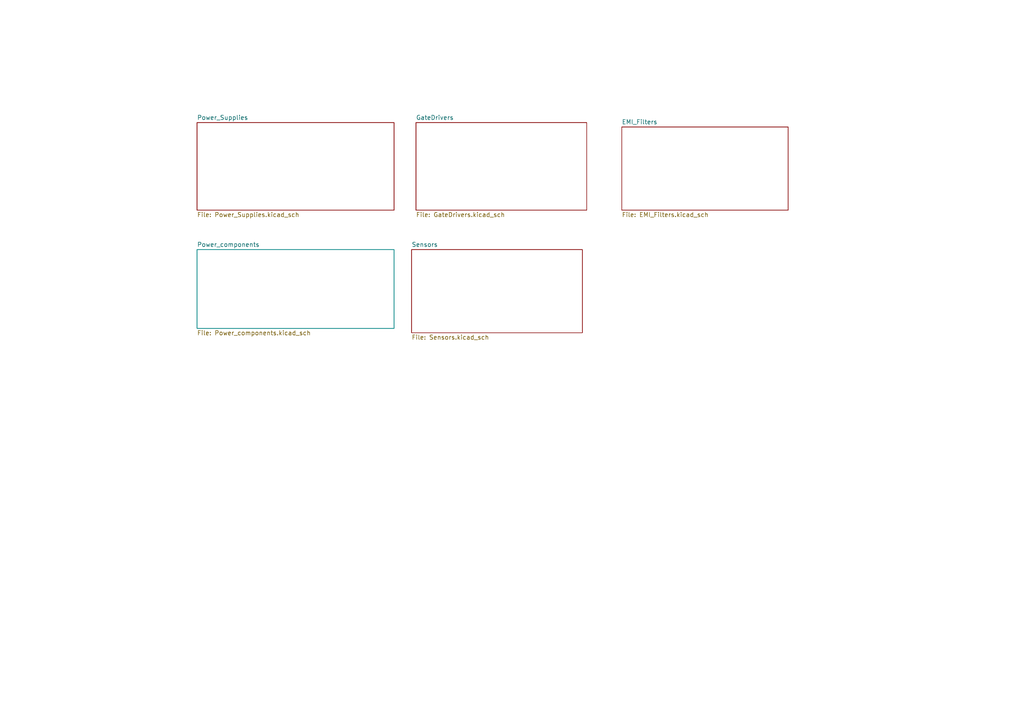
<source format=kicad_sch>
(kicad_sch
	(version 20250114)
	(generator "eeschema")
	(generator_version "9.0")
	(uuid "856dbdf2-f84a-4a26-871a-e6caa4757467")
	(paper "A4")
	(lib_symbols)
	(sheet
		(at 57.15 72.39)
		(size 57.15 22.86)
		(exclude_from_sim no)
		(in_bom yes)
		(on_board yes)
		(dnp no)
		(fields_autoplaced yes)
		(stroke
			(width 0.1524)
			(type solid)
			(color 0 132 132 1)
		)
		(fill
			(color 0 0 0 0.0000)
		)
		(uuid "4045dcdc-afd8-4c82-9d0f-0c3beb469e2c")
		(property "Sheetname" "Power_components"
			(at 57.15 71.6784 0)
			(effects
				(font
					(size 1.27 1.27)
				)
				(justify left bottom)
			)
		)
		(property "Sheetfile" "Power_components.kicad_sch"
			(at 57.15 95.8346 0)
			(effects
				(font
					(size 1.27 1.27)
				)
				(justify left top)
			)
		)
		(instances
			(project "LLC_DCDC_V0"
				(path "/856dbdf2-f84a-4a26-871a-e6caa4757467"
					(page "2")
				)
			)
		)
	)
	(sheet
		(at 180.34 36.83)
		(size 48.26 24.13)
		(exclude_from_sim no)
		(in_bom yes)
		(on_board yes)
		(dnp no)
		(fields_autoplaced yes)
		(stroke
			(width 0.1524)
			(type solid)
		)
		(fill
			(color 0 0 0 0.0000)
		)
		(uuid "4a84b0e5-7cb6-400e-a534-de34c0fb280a")
		(property "Sheetname" "EMI_Filters"
			(at 180.34 36.1184 0)
			(effects
				(font
					(size 1.27 1.27)
				)
				(justify left bottom)
			)
		)
		(property "Sheetfile" "EMI_Filters.kicad_sch"
			(at 180.34 61.5446 0)
			(effects
				(font
					(size 1.27 1.27)
				)
				(justify left top)
			)
		)
		(instances
			(project "LLC_DCDC_V0"
				(path "/856dbdf2-f84a-4a26-871a-e6caa4757467"
					(page "6")
				)
			)
		)
	)
	(sheet
		(at 120.65 35.56)
		(size 49.53 25.4)
		(exclude_from_sim no)
		(in_bom yes)
		(on_board yes)
		(dnp no)
		(fields_autoplaced yes)
		(stroke
			(width 0.1524)
			(type solid)
		)
		(fill
			(color 0 0 0 0.0000)
		)
		(uuid "bab1fb25-cb37-4b11-a21a-e20e593b1f15")
		(property "Sheetname" "GateDrivers"
			(at 120.65 34.8484 0)
			(effects
				(font
					(size 1.27 1.27)
				)
				(justify left bottom)
			)
		)
		(property "Sheetfile" "GateDrivers.kicad_sch"
			(at 120.65 61.5446 0)
			(effects
				(font
					(size 1.27 1.27)
				)
				(justify left top)
			)
		)
		(instances
			(project "LLC_DCDC_V0"
				(path "/856dbdf2-f84a-4a26-871a-e6caa4757467"
					(page "3")
				)
			)
		)
	)
	(sheet
		(at 119.38 72.39)
		(size 49.53 24.13)
		(exclude_from_sim no)
		(in_bom yes)
		(on_board yes)
		(dnp no)
		(fields_autoplaced yes)
		(stroke
			(width 0.1524)
			(type solid)
		)
		(fill
			(color 0 0 0 0.0000)
		)
		(uuid "e0624156-4fa2-4e57-84b3-684ced375455")
		(property "Sheetname" "Sensors"
			(at 119.38 71.6784 0)
			(effects
				(font
					(size 1.27 1.27)
				)
				(justify left bottom)
			)
		)
		(property "Sheetfile" "Sensors.kicad_sch"
			(at 119.38 97.1046 0)
			(effects
				(font
					(size 1.27 1.27)
				)
				(justify left top)
			)
		)
		(instances
			(project "LLC_DCDC_V0"
				(path "/856dbdf2-f84a-4a26-871a-e6caa4757467"
					(page "5")
				)
			)
		)
	)
	(sheet
		(at 57.15 35.56)
		(size 57.15 25.4)
		(exclude_from_sim no)
		(in_bom yes)
		(on_board yes)
		(dnp no)
		(fields_autoplaced yes)
		(stroke
			(width 0.1524)
			(type solid)
		)
		(fill
			(color 0 0 0 0.0000)
		)
		(uuid "e6ae4412-3899-497a-ad4e-ef9e3f773d29")
		(property "Sheetname" "Power_Supplies"
			(at 57.15 34.8484 0)
			(effects
				(font
					(size 1.27 1.27)
				)
				(justify left bottom)
			)
		)
		(property "Sheetfile" "Power_Supplies.kicad_sch"
			(at 57.15 61.5446 0)
			(effects
				(font
					(size 1.27 1.27)
				)
				(justify left top)
			)
		)
		(instances
			(project "LLC_DCDC_V0"
				(path "/856dbdf2-f84a-4a26-871a-e6caa4757467"
					(page "4")
				)
			)
		)
	)
	(sheet_instances
		(path "/"
			(page "1")
		)
	)
	(embedded_fonts no)
)

</source>
